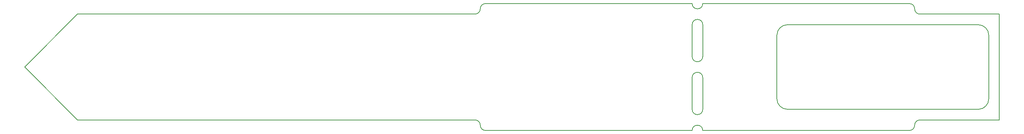
<source format=gbr>
G04 #@! TF.FileFunction,Profile,NP*
%FSLAX46Y46*%
G04 Gerber Fmt 4.6, Leading zero omitted, Abs format (unit mm)*
G04 Created by KiCad (PCBNEW 4.0.7-e2-6376~61~ubuntu18.04.1) date Fri Jul  6 14:55:34 2018*
%MOMM*%
%LPD*%
G01*
G04 APERTURE LIST*
%ADD10C,0.100000*%
%ADD11C,0.150000*%
G04 APERTURE END LIST*
D10*
D11*
X197500000Y-65000000D02*
G75*
G03X200000000Y-65000000I1250000J0D01*
G01*
X200000000Y-95000000D02*
G75*
G03X197500000Y-95000000I-1250000J0D01*
G01*
X197500000Y-77500000D02*
X197500000Y-70000000D01*
X200000000Y-70000000D02*
X200000000Y-77500000D01*
X197500000Y-77500000D02*
G75*
G03X200000000Y-77500000I1250000J0D01*
G01*
X200000000Y-82500000D02*
G75*
G03X197500000Y-82500000I-1250000J0D01*
G01*
X197500000Y-90000000D02*
G75*
G03X200000000Y-90000000I1250000J0D01*
G01*
X200000000Y-70000000D02*
G75*
G03X197500000Y-70000000I-1250000J0D01*
G01*
X197500000Y-82500000D02*
X197500000Y-90000000D01*
X146250000Y-67500000D02*
G75*
G03X147500000Y-66250000I0J1250000D01*
G01*
X148750000Y-65000000D02*
G75*
G03X147500000Y-66250000I0J-1250000D01*
G01*
X250000000Y-66250000D02*
G75*
G03X251250000Y-67500000I1250000J0D01*
G01*
X250000000Y-66250000D02*
G75*
G03X248750000Y-65000000I-1250000J0D01*
G01*
X248750000Y-95000000D02*
G75*
G03X250000000Y-93750000I0J1250000D01*
G01*
X251250000Y-92500000D02*
G75*
G03X250000000Y-93750000I0J-1250000D01*
G01*
X147500000Y-93750000D02*
G75*
G03X148750000Y-95000000I1250000J0D01*
G01*
X147500000Y-93750000D02*
G75*
G03X146250000Y-92500000I-1250000J0D01*
G01*
X220000000Y-70000000D02*
G75*
G03X217500000Y-72500000I0J-2500000D01*
G01*
X217500000Y-87500000D02*
G75*
G03X220000000Y-90000000I2500000J0D01*
G01*
X265000000Y-90000000D02*
G75*
G03X267500000Y-87500000I0J2500000D01*
G01*
X267500000Y-72500000D02*
G75*
G03X265000000Y-70000000I-2500000J0D01*
G01*
X220000000Y-70000000D02*
X265000000Y-70000000D01*
X217500000Y-87500000D02*
X217500000Y-72500000D01*
X265000000Y-90000000D02*
X220000000Y-90000000D01*
X267500000Y-72500000D02*
X267500000Y-87500000D01*
X248750000Y-95000000D02*
X200000000Y-95000000D01*
X270000000Y-92500000D02*
X251250000Y-92500000D01*
X270000000Y-67500000D02*
X270000000Y-92500000D01*
X251250000Y-67500000D02*
X270000000Y-67500000D01*
X200000000Y-65000000D02*
X248750000Y-65000000D01*
X146250000Y-67500000D02*
X52500000Y-67500000D01*
X197500000Y-65000000D02*
X148750000Y-65000000D01*
X200000000Y-82500000D02*
X200000000Y-90000000D01*
X148750000Y-95000000D02*
X197500000Y-95000000D01*
X52500000Y-92500000D02*
X146250000Y-92500000D01*
X40000000Y-80000000D02*
X52500000Y-92500000D01*
X52500000Y-67500000D02*
X40000000Y-80000000D01*
M02*

</source>
